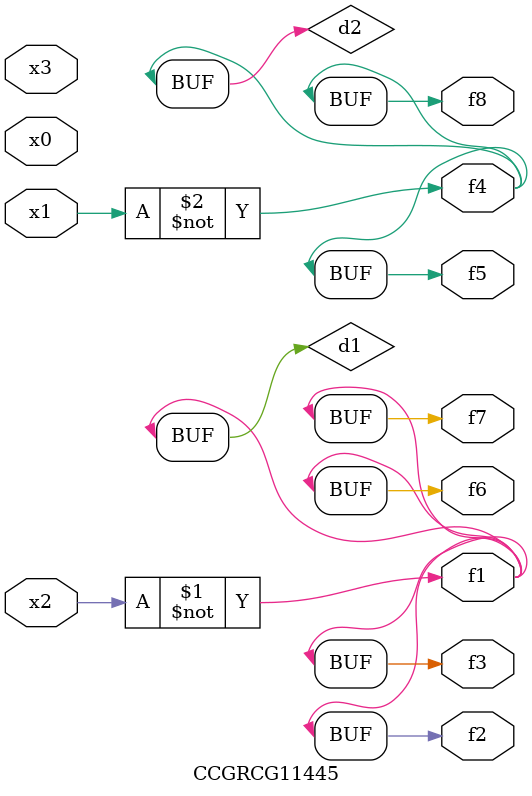
<source format=v>
module CCGRCG11445(
	input x0, x1, x2, x3,
	output f1, f2, f3, f4, f5, f6, f7, f8
);

	wire d1, d2;

	xnor (d1, x2);
	not (d2, x1);
	assign f1 = d1;
	assign f2 = d1;
	assign f3 = d1;
	assign f4 = d2;
	assign f5 = d2;
	assign f6 = d1;
	assign f7 = d1;
	assign f8 = d2;
endmodule

</source>
